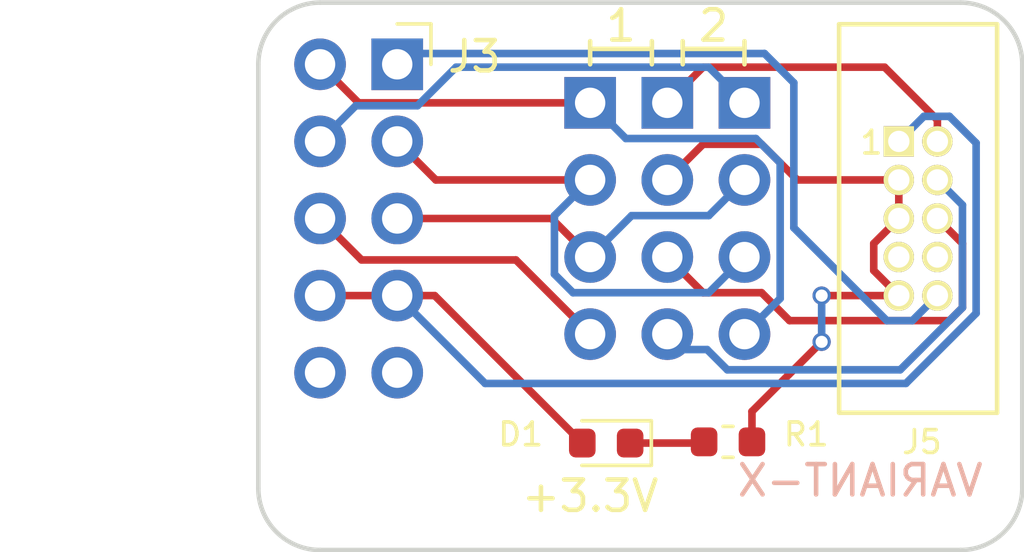
<source format=kicad_pcb>
(kicad_pcb (version 20171130) (host pcbnew 5.1.8-db9833491~88~ubuntu20.10.1)

  (general
    (thickness 1.6)
    (drawings 19)
    (tracks 78)
    (zones 0)
    (modules 8)
    (nets 17)
  )

  (page A4)
  (layers
    (0 F.Cu signal)
    (31 B.Cu signal)
    (32 B.Adhes user)
    (33 F.Adhes user)
    (34 B.Paste user)
    (35 F.Paste user)
    (36 B.SilkS user)
    (37 F.SilkS user)
    (38 B.Mask user)
    (39 F.Mask user)
    (40 Dwgs.User user)
    (41 Cmts.User user)
    (42 Eco1.User user)
    (43 Eco2.User user)
    (44 Edge.Cuts user)
    (45 Margin user)
    (46 B.CrtYd user)
    (47 F.CrtYd user)
    (48 B.Fab user)
    (49 F.Fab user hide)
  )

  (setup
    (last_trace_width 0.25)
    (user_trace_width 0.35)
    (trace_clearance 0.2)
    (zone_clearance 0.25)
    (zone_45_only no)
    (trace_min 0.2)
    (via_size 0.6)
    (via_drill 0.4)
    (via_min_size 0.4)
    (via_min_drill 0.3)
    (uvia_size 0.3)
    (uvia_drill 0.1)
    (uvias_allowed no)
    (uvia_min_size 0.2)
    (uvia_min_drill 0.1)
    (edge_width 0.15)
    (segment_width 0.2)
    (pcb_text_width 0.3)
    (pcb_text_size 1.5 1.5)
    (mod_edge_width 0.15)
    (mod_text_size 1 1)
    (mod_text_width 0.15)
    (pad_size 1.524 1.524)
    (pad_drill 0.762)
    (pad_to_mask_clearance 0)
    (aux_axis_origin 0 0)
    (visible_elements FFFFFF7F)
    (pcbplotparams
      (layerselection 0x010f0_ffffffff)
      (usegerberextensions false)
      (usegerberattributes true)
      (usegerberadvancedattributes true)
      (creategerberjobfile true)
      (excludeedgelayer true)
      (linewidth 0.100000)
      (plotframeref false)
      (viasonmask false)
      (mode 1)
      (useauxorigin false)
      (hpglpennumber 1)
      (hpglpenspeed 20)
      (hpglpendiameter 15.000000)
      (psnegative false)
      (psa4output false)
      (plotreference true)
      (plotvalue true)
      (plotinvisibletext false)
      (padsonsilk false)
      (subtractmaskfromsilk false)
      (outputformat 4)
      (mirror false)
      (drillshape 0)
      (scaleselection 1)
      (outputdirectory "gerbers"))
  )

  (net 0 "")
  (net 1 /RST)
  (net 2 /SWDIO)
  (net 3 /GND)
  (net 4 /SWIM)
  (net 5 /SWCLK)
  (net 6 /3.3V)
  (net 7 /SWCLK|GND)
  (net 8 /SWIM|GND)
  (net 9 /GND|SWIM)
  (net 10 /SWDIO|SWCLK)
  (net 11 /GND|SWDIO)
  (net 12 "Net-(J3-Pad9)")
  (net 13 "Net-(J3-Pad10)")
  (net 14 "Net-(J5-Pad7)")
  (net 15 "Net-(J5-Pad8)")
  (net 16 "Net-(D1-Pad1)")

  (net_class Default "This is the default net class."
    (clearance 0.2)
    (trace_width 0.25)
    (via_dia 0.6)
    (via_drill 0.4)
    (uvia_dia 0.3)
    (uvia_drill 0.1)
    (add_net /3.3V)
    (add_net /GND)
    (add_net /GND|SWDIO)
    (add_net /GND|SWIM)
    (add_net /RST)
    (add_net /SWCLK)
    (add_net /SWCLK|GND)
    (add_net /SWDIO)
    (add_net /SWDIO|SWCLK)
    (add_net /SWIM)
    (add_net /SWIM|GND)
    (add_net "Net-(D1-Pad1)")
    (add_net "Net-(J3-Pad10)")
    (add_net "Net-(J3-Pad9)")
    (add_net "Net-(J5-Pad7)")
    (add_net "Net-(J5-Pad8)")
  )

  (module Connector_PinSocket_2.54mm:PinSocket_2x05_P2.54mm_Horizontal (layer F.Cu) (tedit 5FDE24BC) (tstamp 5FDE6FE7)
    (at 134.62 105.41)
    (descr "Through hole angled socket strip, 2x05, 2.54mm pitch, 8.51mm socket length, double cols (from Kicad 4.0.7), script generated")
    (tags "Through hole angled socket strip THT 2x05 2.54mm double row")
    (path /5643C704)
    (fp_text reference J3 (at 2.54 -0.254) (layer F.SilkS)
      (effects (font (size 1 1) (thickness 0.15)))
    )
    (fp_text value 2X5_HDR (at -5.65 12.93) (layer F.Fab)
      (effects (font (size 1 1) (thickness 0.15)))
    )
    (fp_line (start 1.8 11.95) (end 1.8 -1.75) (layer F.CrtYd) (width 0.05))
    (fp_line (start -13.05 11.95) (end 1.8 11.95) (layer F.CrtYd) (width 0.05))
    (fp_line (start -13.05 -1.75) (end -13.05 11.95) (layer F.CrtYd) (width 0.05))
    (fp_line (start 1.8 -1.75) (end -13.05 -1.75) (layer F.CrtYd) (width 0.05))
    (fp_line (start 0 -1.33) (end 1.11 -1.33) (layer F.SilkS) (width 0.12))
    (fp_line (start 1.11 -1.33) (end 1.11 0) (layer F.SilkS) (width 0.12))
    (fp_line (start 0 10.46) (end 0 9.86) (layer F.Fab) (width 0.1))
    (fp_line (start -4.06 10.46) (end 0 10.46) (layer F.Fab) (width 0.1))
    (fp_line (start 0 9.86) (end -4.06 9.86) (layer F.Fab) (width 0.1))
    (fp_line (start 0 7.92) (end 0 7.32) (layer F.Fab) (width 0.1))
    (fp_line (start -4.06 7.92) (end 0 7.92) (layer F.Fab) (width 0.1))
    (fp_line (start 0 7.32) (end -4.06 7.32) (layer F.Fab) (width 0.1))
    (fp_line (start 0 5.38) (end 0 4.78) (layer F.Fab) (width 0.1))
    (fp_line (start -4.06 5.38) (end 0 5.38) (layer F.Fab) (width 0.1))
    (fp_line (start 0 4.78) (end -4.06 4.78) (layer F.Fab) (width 0.1))
    (fp_line (start 0 2.84) (end 0 2.24) (layer F.Fab) (width 0.1))
    (fp_line (start -4.06 2.84) (end 0 2.84) (layer F.Fab) (width 0.1))
    (fp_line (start 0 2.24) (end -4.06 2.24) (layer F.Fab) (width 0.1))
    (fp_line (start 0 0.3) (end 0 -0.3) (layer F.Fab) (width 0.1))
    (fp_line (start -4.06 0.3) (end 0 0.3) (layer F.Fab) (width 0.1))
    (fp_line (start 0 -0.3) (end -4.06 -0.3) (layer F.Fab) (width 0.1))
    (fp_line (start -12.57 11.43) (end -12.57 -1.27) (layer F.Fab) (width 0.1))
    (fp_line (start -4.06 11.43) (end -12.57 11.43) (layer F.Fab) (width 0.1))
    (fp_line (start -4.06 -0.3) (end -4.06 11.43) (layer F.Fab) (width 0.1))
    (fp_line (start -5.03 -1.27) (end -4.06 -0.3) (layer F.Fab) (width 0.1))
    (fp_line (start -12.57 -1.27) (end -5.03 -1.27) (layer F.Fab) (width 0.1))
    (fp_text user %R (at -8.315 5.08 90) (layer F.Fab)
      (effects (font (size 1 1) (thickness 0.15)))
    )
    (pad 1 thru_hole rect (at 0 0) (size 1.7 1.7) (drill 1) (layers *.Cu *.Mask)
      (net 1 /RST))
    (pad 2 thru_hole oval (at -2.54 0) (size 1.7 1.7) (drill 1) (layers *.Cu *.Mask)
      (net 10 /SWDIO|SWCLK))
    (pad 3 thru_hole oval (at 0 2.54) (size 1.7 1.7) (drill 1) (layers *.Cu *.Mask)
      (net 9 /GND|SWIM))
    (pad 4 thru_hole oval (at -2.54 2.54) (size 1.7 1.7) (drill 1) (layers *.Cu *.Mask)
      (net 11 /GND|SWDIO))
    (pad 5 thru_hole oval (at 0 5.08) (size 1.7 1.7) (drill 1) (layers *.Cu *.Mask)
      (net 8 /SWIM|GND))
    (pad 6 thru_hole oval (at -2.54 5.08) (size 1.7 1.7) (drill 1) (layers *.Cu *.Mask)
      (net 7 /SWCLK|GND))
    (pad 7 thru_hole oval (at 0 7.62) (size 1.7 1.7) (drill 1) (layers *.Cu *.Mask)
      (net 6 /3.3V))
    (pad 8 thru_hole oval (at -2.54 7.62) (size 1.7 1.7) (drill 1) (layers *.Cu *.Mask)
      (net 6 /3.3V))
    (pad 9 thru_hole oval (at 0 10.16) (size 1.7 1.7) (drill 1) (layers *.Cu *.Mask)
      (net 12 "Net-(J3-Pad9)"))
    (pad 10 thru_hole oval (at -2.54 10.16) (size 1.7 1.7) (drill 1) (layers *.Cu *.Mask)
      (net 13 "Net-(J3-Pad10)"))
    (model ${KISYS3DMOD}/Connector_PinSocket_2.54mm.3dshapes/PinSocket_2x05_P2.54mm_Horizontal.wrl
      (at (xyz 0 0 0))
      (scale (xyz 1 1 1))
      (rotate (xyz 0 0 0))
    )
    (model ${KIPRJMOD}/../SFH11-xxPC-D05-RA-BK.IGS
      (offset (xyz -12.5 -5 3))
      (scale (xyz 1 1 1))
      (rotate (xyz 0 -90 -90))
    )
  )

  (module project-lib:snowflake (layer F.Cu) (tedit 5FDDFDCB) (tstamp 5FDE49C5)
    (at 143.256 115.316)
    (fp_text reference REF** (at 0 0.5) (layer F.Fab)
      (effects (font (size 1 1) (thickness 0.15)))
    )
    (fp_text value snowflake (at 0 -0.5) (layer F.Fab)
      (effects (font (size 1 1) (thickness 0.15)))
    )
    (fp_poly (pts (xy 1.27 3.81) (xy 0.741568 3.504089) (xy 1.213437 3.422118) (xy 1.222035 3.419848)
      (xy 1.230422 3.41714) (xy 1.238588 3.41401) (xy 1.246524 3.410472) (xy 1.25422 3.406542)
      (xy 1.261665 3.402234) (xy 1.268852 3.397564) (xy 1.275769 3.392547) (xy 1.282408 3.387197)
      (xy 1.288758 3.381531) (xy 1.29481 3.375562) (xy 1.300554 3.369306) (xy 1.305981 3.362777)
      (xy 1.31108 3.355992) (xy 1.315843 3.348965) (xy 1.32026 3.341711) (xy 1.323814 3.335222)
      (xy 1.327092 3.328583) (xy 1.330086 3.321803) (xy 1.332791 3.314892) (xy 1.335199 3.307861)
      (xy 1.337305 3.300719) (xy 1.339101 3.293476) (xy 1.340582 3.286143) (xy 1.341741 3.278729)
      (xy 1.342571 3.271245) (xy 1.343066 3.2637) (xy 1.34322 3.256104) (xy 1.343027 3.248469)
      (xy 1.342479 3.240802) (xy 1.34157 3.233116) (xy 1.340294 3.225419) (xy 1.338529 3.217246)
      (xy 1.336382 3.209277) (xy 1.333865 3.201517) (xy 1.330989 3.193976) (xy 1.327767 3.18666)
      (xy 1.32421 3.179578) (xy 1.32033 3.172737) (xy 1.316139 3.166145) (xy 1.311648 3.15981)
      (xy 1.306869 3.153739) (xy 1.301815 3.147939) (xy 1.296496 3.14242) (xy 1.290925 3.137188)
      (xy 1.285114 3.132251) (xy 1.279074 3.127617) (xy 1.272816 3.123294) (xy 1.266354 3.119289)
      (xy 1.259698 3.11561) (xy 1.25286 3.112264) (xy 1.245853 3.10926) (xy 1.238687 3.106606)
      (xy 1.231375 3.104308) (xy 1.223929 3.102374) (xy 1.21636 3.100813) (xy 1.20868 3.099632)
      (xy 1.200901 3.098838) (xy 1.193034 3.09844) (xy 1.185092 3.098445) (xy 1.177086 3.09886)
      (xy 1.169027 3.099695) (xy 1.160929 3.100955) (xy 1.152802 3.10265) (xy 0.474757 3.349625)
      (xy -0.177189 3.016829) (xy 0.474765 2.684042) (xy 1.15281 2.931017) (xy 1.160938 2.932712)
      (xy 1.169037 2.933972) (xy 1.177096 2.934806) (xy 1.185102 2.935222) (xy 1.193045 2.935227)
      (xy 1.200912 2.934829) (xy 1.208692 2.934035) (xy 1.216372 2.932854) (xy 1.223942 2.931293)
      (xy 1.231389 2.929359) (xy 1.238701 2.927061) (xy 1.245866 2.924406) (xy 1.252874 2.921402)
      (xy 1.259712 2.918057) (xy 1.266368 2.914378) (xy 1.27283 2.910373) (xy 1.279087 2.906049)
      (xy 1.285128 2.901415) (xy 1.290939 2.896479) (xy 1.29651 2.891247) (xy 1.301828 2.885727)
      (xy 1.306882 2.879928) (xy 1.31166 2.873857) (xy 1.316151 2.867522) (xy 1.320342 2.860929)
      (xy 1.324221 2.854088) (xy 1.327778 2.847006) (xy 1.331 2.839691) (xy 1.333875 2.832149)
      (xy 1.336391 2.82439) (xy 1.338537 2.81642) (xy 1.340302 2.808248) (xy 1.341658 2.799979)
      (xy 1.342592 2.791724) (xy 1.343111 2.783495) (xy 1.343222 2.775303) (xy 1.342934 2.767162)
      (xy 1.342256 2.759084) (xy 1.341194 2.75108) (xy 1.339756 2.743164) (xy 1.337952 2.735348)
      (xy 1.335788 2.727645) (xy 1.333273 2.720065) (xy 1.330415 2.712623) (xy 1.327222 2.70533)
      (xy 1.323701 2.698198) (xy 1.319861 2.691241) (xy 1.31571 2.68447) (xy 1.311255 2.677897)
      (xy 1.306504 2.671535) (xy 1.301467 2.665397) (xy 1.29615 2.659495) (xy 1.290561 2.65384)
      (xy 1.284709 2.648446) (xy 1.278602 2.643325) (xy 1.272247 2.638489) (xy 1.265652 2.63395)
      (xy 1.258826 2.629722) (xy 1.251776 2.625815) (xy 1.244511 2.622243) (xy 1.237038 2.619018)
      (xy 1.229365 2.616153) (xy 1.221501 2.613659) (xy 1.213453 2.611549) (xy 0.741584 2.529578)
      (xy 1.270008 2.223667) (xy 1.276956 2.219395) (xy 1.2836 2.21481) (xy 1.289936 2.209926)
      (xy 1.295962 2.204755) (xy 1.301673 2.199313) (xy 1.307067 2.193613) (xy 1.312139 2.187669)
      (xy 1.316886 2.181496) (xy 1.321306 2.175107) (xy 1.325393 2.168516) (xy 1.329146 2.161738)
      (xy 1.332561 2.154786) (xy 1.335634 2.147674) (xy 1.338361 2.140417) (xy 1.34074 2.133028)
      (xy 1.342767 2.125521) (xy 1.344438 2.11791) (xy 1.34575 2.11021) (xy 1.3467 2.102434)
      (xy 1.347284 2.094596) (xy 1.347499 2.086711) (xy 1.347341 2.078792) (xy 1.346808 2.070853)
      (xy 1.345894 2.062909) (xy 1.344598 2.054973) (xy 1.342915 2.047059) (xy 1.340843 2.039182)
      (xy 1.338377 2.031355) (xy 1.335515 2.023592) (xy 1.332253 2.015907) (xy 1.328587 2.008315)
      (xy 1.324514 2.000829) (xy 1.320085 1.99355) (xy 1.31536 1.986571) (xy 1.310354 1.979896)
      (xy 1.30508 1.97353) (xy 1.299553 1.967475) (xy 1.293785 1.961737) (xy 1.287792 1.956319)
      (xy 1.281586 1.951226) (xy 1.275181 1.946461) (xy 1.268591 1.942028) (xy 1.261831 1.937932)
      (xy 1.254913 1.934176) (xy 1.247852 1.930765) (xy 1.240661 1.927702) (xy 1.233355 1.924991)
      (xy 1.225947 1.922637) (xy 1.21845 1.920644) (xy 1.210879 1.919015) (xy 1.203248 1.917755)
      (xy 1.195569 1.916867) (xy 1.187858 1.916356) (xy 1.180127 1.916225) (xy 1.172392 1.91648)
      (xy 1.164664 1.917123) (xy 1.156959 1.918158) (xy 1.14929 1.919591) (xy 1.14167 1.921424)
      (xy 1.134115 1.923662) (xy 1.126636 1.926309) (xy 1.119249 1.929368) (xy 1.111967 1.932845)
      (xy 1.104804 1.936742) (xy 0.576373 2.242653) (xy 0.741513 1.791907) (xy 0.743714 1.783863)
      (xy 0.745492 1.775786) (xy 0.746853 1.767691) (xy 0.747804 1.759589) (xy 0.748352 1.751494)
      (xy 0.748503 1.743419) (xy 0.748263 1.735378) (xy 0.747641 1.727382) (xy 0.746641 1.719446)
      (xy 0.745271 1.711582) (xy 0.743538 1.703804) (xy 0.741449 1.696124) (xy 0.739009 1.688556)
      (xy 0.736226 1.681113) (xy 0.733107 1.673807) (xy 0.729657 1.666653) (xy 0.725885 1.659662)
      (xy 0.721795 1.652849) (xy 0.717396 1.646226) (xy 0.712694 1.639807) (xy 0.707695 1.633604)
      (xy 0.702406 1.627631) (xy 0.696834 1.6219) (xy 0.690985 1.616425) (xy 0.684867 1.611219)
      (xy 0.678486 1.606295) (xy 0.671848 1.601665) (xy 0.664961 1.597344) (xy 0.65783 1.593345)
      (xy 0.650463 1.589679) (xy 0.642867 1.586362) (xy 0.635047 1.583404) (xy 0.627107 1.580851)
      (xy 0.619151 1.578731) (xy 0.611191 1.577037) (xy 0.60324 1.575764) (xy 0.595311 1.574904)
      (xy 0.587417 1.574452) (xy 0.579569 1.574401) (xy 0.57178 1.574745) (xy 0.564063 1.575477)
      (xy 0.556431 1.576591) (xy 0.548895 1.578081) (xy 0.541469 1.579939) (xy 0.534165 1.582161)
      (xy 0.526996 1.58474) (xy 0.519974 1.587668) (xy 0.513111 1.59094) (xy 0.506421 1.594549)
      (xy 0.499916 1.59849) (xy 0.493608 1.602755) (xy 0.48751 1.607338) (xy 0.481634 1.612233)
      (xy 0.475994 1.617434) (xy 0.470601 1.622933) (xy 0.465468 1.628726) (xy 0.460608 1.634805)
      (xy 0.456033 1.641163) (xy 0.451756 1.647796) (xy 0.447789 1.654695) (xy 0.444145 1.661855)
      (xy 0.440837 1.66927) (xy 0.437876 1.676933) (xy 0.435276 1.684838) (xy 0.309562 2.397109)
      (xy -0.265296 2.729897) (xy -0.265296 2.064329) (xy 0.287035 1.599025) (xy 0.292562 1.592815)
      (xy 0.2977 1.586413) (xy 0.30245 1.579832) (xy 0.306812 1.573087) (xy 0.310787 1.566193)
      (xy 0.314377 1.559162) (xy 0.317581 1.55201) (xy 0.320401 1.54475) (xy 0.322837 1.537397)
      (xy 0.324891 1.529964) (xy 0.326562 1.522465) (xy 0.327852 1.514915) (xy 0.328761 1.507328)
      (xy 0.329291 1.499718) (xy 0.329441 1.492099) (xy 0.329213 1.484484) (xy 0.328608 1.476889)
      (xy 0.327626 1.469327) (xy 0.326268 1.461812) (xy 0.324534 1.454359) (xy 0.322427 1.44698)
      (xy 0.319945 1.439692) (xy 0.317091 1.432507) (xy 0.313865 1.42544) (xy 0.310267 1.418505)
      (xy 0.306298 1.411715) (xy 0.30196 1.405086) (xy 0.297253 1.39863) (xy 0.292177 1.392363)
      (xy 0.286734 1.386298) (xy 0.280924 1.380449) (xy 0.274748 1.374831) (xy 0.268285 1.369518)
      (xy 0.261621 1.364579) (xy 0.254772 1.360014) (xy 0.247753 1.355821) (xy 0.240577 1.352)
      (xy 0.23326 1.34855) (xy 0.225817 1.345471) (xy 0.218261 1.342761) (xy 0.210608 1.34042)
      (xy 0.202872 1.338446) (xy 0.195069 1.33684) (xy 0.187212 1.335601) (xy 0.179316 1.334727)
      (xy 0.171396 1.334219) (xy 0.163467 1.334075) (xy 0.155543 1.334294) (xy 0.147638 1.334876)
      (xy 0.139769 1.33582) (xy 0.131949 1.337125) (xy 0.124192 1.338791) (xy 0.116514 1.340816)
      (xy 0.108929 1.343201) (xy 0.101453 1.345944) (xy 0.094098 1.349044) (xy 0.086881 1.352501)
      (xy 0.079816 1.356314) (xy 0.072917 1.360482) (xy 0.066199 1.365005) (xy 0.059677 1.369881)
      (xy 0.053366 1.375111) (xy 0.04728 1.380693) (xy 0.041433 1.386626) (xy -0.265304 1.755402)
      (xy -0.265304 1.143579) (xy -0.265519 1.13541) (xy -0.266157 1.127348) (xy -0.267207 1.119403)
      (xy -0.26866 1.111585) (xy -0.270504 1.103905) (xy -0.272731 1.096371) (xy -0.275328 1.088995)
      (xy -0.278286 1.081786) (xy -0.281594 1.074754) (xy -0.285242 1.067909) (xy -0.28922 1.061261)
      (xy -0.293517 1.05482) (xy -0.298123 1.048596) (xy -0.303027 1.042599) (xy -0.30822 1.036839)
      (xy -0.31369 1.031325) (xy -0.319427 1.026069) (xy -0.325421 1.021079) (xy -0.331662 1.016367)
      (xy -0.338139 1.011941) (xy -0.344842 1.007812) (xy -0.35176 1.003989) (xy -0.358883 1.000484)
      (xy -0.366201 0.997305) (xy -0.373703 0.994462) (xy -0.38138 0.991966) (xy -0.389219 0.989827)
      (xy -0.397212 0.988055) (xy -0.405347 0.986659) (xy -0.413615 0.985649) (xy -0.422005 0.985036)
      (xy -0.430507 0.98483) (xy -0.439008 0.985036) (xy -0.447398 0.985649) (xy -0.455666 0.986659)
      (xy -0.463802 0.988055) (xy -0.471794 0.989827) (xy -0.479634 0.991966) (xy -0.48731 0.994462)
      (xy -0.494812 0.997305) (xy -0.50213 1.000484) (xy -0.509254 1.003989) (xy -0.516172 1.007812)
      (xy -0.522875 1.011941) (xy -0.529352 1.016367) (xy -0.535592 1.021079) (xy -0.541587 1.026069)
      (xy -0.547324 1.031325) (xy -0.552794 1.036839) (xy -0.557986 1.042599) (xy -0.562891 1.048596)
      (xy -0.567497 1.05482) (xy -0.571794 1.061261) (xy -0.575771 1.067909) (xy -0.57942 1.074754)
      (xy -0.582728 1.081786) (xy -0.585686 1.088995) (xy -0.588283 1.096371) (xy -0.590509 1.103905)
      (xy -0.592354 1.111585) (xy -0.593807 1.119403) (xy -0.594857 1.127348) (xy -0.595495 1.13541)
      (xy -0.59571 1.143579) (xy -0.59571 1.755402) (xy -0.902447 1.386626) (xy -0.908293 1.380692)
      (xy -0.91438 1.37511) (xy -0.920691 1.36988) (xy -0.927213 1.365003) (xy -0.93393 1.36048)
      (xy -0.940829 1.356312) (xy -0.947895 1.352499) (xy -0.955112 1.349042) (xy -0.962466 1.345942)
      (xy -0.969943 1.343199) (xy -0.977528 1.340815) (xy -0.985206 1.338789) (xy -0.992962 1.337124)
      (xy -1.000782 1.335819) (xy -1.008652 1.334875) (xy -1.016556 1.334294) (xy -1.02448 1.334075)
      (xy -1.03241 1.33422) (xy -1.040329 1.334729) (xy -1.048225 1.335603) (xy -1.056082 1.336842)
      (xy -1.063886 1.338448) (xy -1.071622 1.340422) (xy -1.079275 1.342763) (xy -1.08683 1.345473)
      (xy -1.094274 1.348553) (xy -1.101591 1.352003) (xy -1.108766 1.355823) (xy -1.115786 1.360016)
      (xy -1.122635 1.364581) (xy -1.129298 1.369519) (xy -1.135762 1.374831) (xy -1.141937 1.380449)
      (xy -1.147746 1.386298) (xy -1.153189 1.392363) (xy -1.158264 1.39863) (xy -1.16297 1.405086)
      (xy -1.167308 1.411715) (xy -1.171276 1.418505) (xy -1.174874 1.42544) (xy -1.1781 1.432507)
      (xy -1.180953 1.439692) (xy -1.183435 1.446981) (xy -1.185542 1.454359) (xy -1.187275 1.461812)
      (xy -1.188633 1.469327) (xy -1.189615 1.476889) (xy -1.19022 1.484484) (xy -1.190447 1.492099)
      (xy -1.190297 1.499718) (xy -1.189767 1.507328) (xy -1.188858 1.514915) (xy -1.187568 1.522465)
      (xy -1.185897 1.529964) (xy -1.183843 1.537397) (xy -1.181407 1.54475) (xy -1.178587 1.55201)
      (xy -1.175383 1.559162) (xy -1.171793 1.566193) (xy -1.167818 1.573088) (xy -1.163455 1.579832)
      (xy -1.158706 1.586413) (xy -1.153568 1.592815) (xy -1.148041 1.599025) (xy -0.59571 2.064329)
      (xy -0.59571 2.729913) (xy -1.170567 2.397125) (xy -1.296281 1.684846) (xy -1.298882 1.676941)
      (xy -1.301843 1.669278) (xy -1.305152 1.661863) (xy -1.308797 1.654703) (xy -1.312764 1.647803)
      (xy -1.317042 1.641171) (xy -1.321617 1.634812) (xy -1.326478 1.628734) (xy -1.331611 1.622941)
      (xy -1.337004 1.617442) (xy -1.342645 1.612241) (xy -1.348521 1.607346) (xy -1.354619 1.602763)
      (xy -1.360928 1.598498) (xy -1.367433 1.594557) (xy -1.374123 1.590948) (xy -1.380986 1.587676)
      (xy -1.388008 1.584747) (xy -1.395178 1.582169) (xy -1.402482 1.579947) (xy -1.409908 1.578088)
      (xy -1.417443 1.576599) (xy -1.425076 1.575485) (xy -1.432793 1.574753) (xy -1.440582 1.574409)
      (xy -1.44843 1.57446) (xy -1.456324 1.574912) (xy -1.464253 1.575772) (xy -1.472204 1.577045)
      (xy -1.480164 1.578739) (xy -1.48812 1.580859) (xy -1.49606 1.583412) (xy -1.503881 1.586369)
      (xy -1.511478 1.589686) (xy -1.518845 1.593351) (xy -1.525976 1.59735) (xy -1.532864 1.601671)
      (xy -1.539502 1.606299) (xy -1.545883 1.611223) (xy -1.552002 1.616429) (xy -1.55785 1.621904)
      (xy -1.563422 1.627635) (xy -1.568711 1.633608) (xy -1.57371 1.639811) (xy -1.578412 1.646231)
      (xy -1.582812 1.652854) (xy -1.586901 1.659667) (xy -1.590673 1.666658) (xy -1.594123 1.673812)
      (xy -1.597242 1.681118) (xy -1.600025 1.688561) (xy -1.602464 1.69613) (xy -1.604553 1.70381)
      (xy -1.606286 1.711588) (xy -1.607655 1.719452) (xy -1.608655 1.727389) (xy -1.609277 1.735385)
      (xy -1.609516 1.743427) (xy -1.609366 1.751502) (xy -1.608818 1.759597) (xy -1.607867 1.767699)
      (xy -1.606505 1.775794) (xy -1.604727 1.783871) (xy -1.602526 1.791914) (xy -1.437386 2.242661)
      (xy -1.965809 1.93675) (xy -1.972973 1.932852) (xy -1.980255 1.929375) (xy -1.987642 1.926315)
      (xy -1.99512 1.923667) (xy -2.002676 1.921429) (xy -2.010295 1.919596) (xy -2.017965 1.918163)
      (xy -2.02567 1.917127) (xy -2.033398 1.916484) (xy -2.041134 1.91623) (xy -2.048865 1.91636)
      (xy -2.056576 1.916871) (xy -2.064255 1.917759) (xy -2.071887 1.919019) (xy -2.079458 1.920648)
      (xy -2.086955 1.922642) (xy -2.094363 1.924996) (xy -2.10167 1.927707) (xy -2.10886 1.93077)
      (xy -2.115922 1.934182) (xy -2.122839 1.937938) (xy -2.1296 1.942035) (xy -2.136189 1.946467)
      (xy -2.142594 1.951233) (xy -2.1488 1.956326) (xy -2.154793 1.961744) (xy -2.16056 1.967483)
      (xy -2.166088 1.973537) (xy -2.171361 1.979904) (xy -2.176366 1.986579) (xy -2.181091 1.993558)
      (xy -2.185519 2.000837) (xy -2.189591 2.008323) (xy -2.193257 2.015915) (xy -2.196518 2.0236)
      (xy -2.19938 2.031363) (xy -2.201845 2.03919) (xy -2.203918 2.047067) (xy -2.2056 2.054981)
      (xy -2.206896 2.062917) (xy -2.207809 2.070861) (xy -2.208343 2.0788) (xy -2.208501 2.086719)
      (xy -2.208286 2.094604) (xy -2.207702 2.102442) (xy -2.206752 2.110218) (xy -2.20544 2.117918)
      (xy -2.203769 2.125528) (xy -2.201742 2.133035) (xy -2.199364 2.140424) (xy -2.196636 2.147682)
      (xy -2.193564 2.154794) (xy -2.19015 2.161746) (xy -2.186397 2.168524) (xy -2.182309 2.175115)
      (xy -2.17789 2.181504) (xy -2.173143 2.187677) (xy -2.168071 2.193621) (xy -2.162678 2.199321)
      (xy -2.156967 2.204763) (xy -2.150941 2.209933) (xy -2.144605 2.214818) (xy -2.137961 2.219403)
      (xy -2.131013 2.223675) (xy -1.602582 2.529586) (xy -2.074458 2.611564) (xy -2.082506 2.613675)
      (xy -2.09037 2.616169) (xy -2.098043 2.619034) (xy -2.105515 2.622259) (xy -2.11278 2.625831)
      (xy -2.11983 2.629738) (xy -2.126655 2.633966) (xy -2.13325 2.638505) (xy -2.139604 2.643341)
      (xy -2.145711 2.648462) (xy -2.151563 2.653856) (xy -2.157151 2.65951) (xy -2.162467 2.665413)
      (xy -2.167505 2.671551) (xy -2.172254 2.677913) (xy -2.176709 2.684485) (xy -2.18086 2.691257)
      (xy -2.1847 2.698214) (xy -2.18822 2.705346) (xy -2.191414 2.712639) (xy -2.194272 2.720081)
      (xy -2.196787 2.72766) (xy -2.19895 2.735364) (xy -2.200755 2.74318) (xy -2.202193 2.751096)
      (xy -2.203255 2.759099) (xy -2.203934 2.767178) (xy -2.204223 2.775319) (xy -2.204112 2.78351)
      (xy -2.203595 2.79174) (xy -2.202662 2.799995) (xy -2.201307 2.808264) (xy -2.199542 2.816435)
      (xy -2.197395 2.824404) (xy -2.194878 2.832163) (xy -2.192002 2.839704) (xy -2.18878 2.847019)
      (xy -2.185223 2.854101) (xy -2.181343 2.860941) (xy -2.177152 2.867533) (xy -2.172661 2.873868)
      (xy -2.167882 2.879939) (xy -2.162828 2.885737) (xy -2.157509 2.891256) (xy -2.151938 2.896488)
      (xy -2.146126 2.901425) (xy -2.140086 2.906058) (xy -2.133829 2.910382) (xy -2.127366 2.914386)
      (xy -2.12071 2.918065) (xy -2.113872 2.921411) (xy -2.106864 2.924414) (xy -2.099698 2.927069)
      (xy -2.092386 2.929367) (xy -2.084939 2.931301) (xy -2.07737 2.932862) (xy -2.069689 2.934043)
      (xy -2.06191 2.934837) (xy -2.054042 2.935235) (xy -2.0461 2.93523) (xy -2.038093 2.934814)
      (xy -2.030034 2.93398) (xy -2.021935 2.932719) (xy -2.013808 2.931025) (xy -1.335771 2.68405)
      (xy -0.683824 3.016829) (xy -1.335778 3.349617) (xy -2.013823 3.102642) (xy -2.021951 3.100947)
      (xy -2.03005 3.099687) (xy -2.038109 3.098853) (xy -2.046115 3.098437) (xy -2.054058 3.098432)
      (xy -2.061925 3.09883) (xy -2.069704 3.099624) (xy -2.077385 3.100805) (xy -2.084954 3.102366)
      (xy -2.0924 3.1043) (xy -2.099712 3.106598) (xy -2.106878 3.109252) (xy -2.113885 3.112256)
      (xy -2.120723 3.115601) (xy -2.127379 3.11928) (xy -2.133841 3.123285) (xy -2.140099 3.127608)
      (xy -2.146139 3.132242) (xy -2.15195 3.137179) (xy -2.157521 3.14241) (xy -2.16284 3.147929)
      (xy -2.167895 3.153728) (xy -2.172673 3.159799) (xy -2.177164 3.166134) (xy -2.181356 3.172726)
      (xy -2.185236 3.179566) (xy -2.188793 3.186648) (xy -2.192016 3.193963) (xy -2.194892 3.201504)
      (xy -2.19741 3.209262) (xy -2.199557 3.217232) (xy -2.201323 3.225403) (xy -2.202678 3.23367)
      (xy -2.203611 3.241924) (xy -2.204128 3.250153) (xy -2.204239 3.258344) (xy -2.20395 3.266484)
      (xy -2.203271 3.274562) (xy -2.202208 3.282564) (xy -2.200771 3.29048) (xy -2.198966 3.298296)
      (xy -2.196803 3.305999) (xy -2.194288 3.313579) (xy -2.19143 3.321021) (xy -2.188236 3.328314)
      (xy -2.184716 3.335446) (xy -2.180876 3.342404) (xy -2.176725 3.349176) (xy -2.17227 3.355749)
      (xy -2.16752 3.362111) (xy -2.162483 3.368249) (xy -2.157167 3.374152) (xy -2.151579 3.379807)
      (xy -2.145727 3.385202) (xy -2.13962 3.390323) (xy -2.133265 3.39516) (xy -2.126671 3.399699)
      (xy -2.119846 3.403928) (xy -2.112796 3.407835) (xy -2.105531 3.411407) (xy -2.098058 3.414632)
      (xy -2.090386 3.417498) (xy -2.082522 3.419992) (xy -2.074474 3.422102) (xy -1.602597 3.504081)
      (xy -2.131028 3.809992) (xy -2.137975 3.814264) (xy -2.144618 3.818849) (xy -2.150953 3.823733)
      (xy -2.156978 3.828904) (xy -2.162688 3.834346) (xy -2.16808 3.840046) (xy -2.173151 3.84599)
      (xy -2.177898 3.852163) (xy -2.182317 3.858552) (xy -2.186404 3.865143) (xy -2.190156 3.871921)
      (xy -2.19357 3.878873) (xy -2.196642 3.885985) (xy -2.199369 3.893242) (xy -2.201747 3.900631)
      (xy -2.203774 3.908138) (xy -2.205445 3.915749) (xy -2.206757 3.923449) (xy -2.207706 3.931225)
      (xy -2.20829 3.939062) (xy -2.208505 3.946948) (xy -2.208347 3.954867) (xy -2.207813 3.962805)
      (xy -2.2069 3.97075) (xy -2.205603 3.978686) (xy -2.203921 3.9866) (xy -2.201848 3.994477)
      (xy -2.199383 4.002304) (xy -2.19652 4.010067) (xy -2.193258 4.017751) (xy -2.189592 4.025343)
      (xy -2.18552 4.032829) (xy -2.18109 4.040109) (xy -2.176365 4.047088) (xy -2.171359 4.053763)
      (xy -2.166085 4.060129) (xy -2.160558 4.066184) (xy -2.15479 4.071922) (xy -2.148797 4.07734)
      (xy -2.142591 4.082434) (xy -2.136186 4.087199) (xy -2.129596 4.091632) (xy -2.122836 4.095729)
      (xy -2.115918 4.099485) (xy -2.108857 4.102897) (xy -2.101666 4.10596) (xy -2.09436 4.10867)
      (xy -2.086952 4.111025) (xy -2.079455 4.113018) (xy -2.071884 4.114647) (xy -2.064253 4.115908)
      (xy -2.056574 4.116795) (xy -2.048863 4.117307) (xy -2.041132 4.117437) (xy -2.033397 4.117183)
      (xy -2.025669 4.11654) (xy -2.017964 4.115504) (xy -2.010295 4.114071) (xy -2.002676 4.112238)
      (xy -1.99512 4.109999) (xy -1.987642 4.107352) (xy -1.980255 4.104292) (xy -1.972973 4.100815)
      (xy -1.965809 4.096917) (xy -1.437378 3.791005) (xy -1.602518 4.241744) (xy -1.604856 4.250346)
      (xy -1.60671 4.258983) (xy -1.60809 4.26764) (xy -1.609002 4.2763) (xy -1.609455 4.284948)
      (xy -1.609457 4.293568) (xy -1.609017 4.302144) (xy -1.608143 4.31066) (xy -1.606842 4.319099)
      (xy -1.605123 4.327447) (xy -1.602994 4.335686) (xy -1.600463 4.343802) (xy -1.597539 4.351777)
      (xy -1.594229 4.359597) (xy -1.590541 4.367245) (xy -1.586484 4.374705) (xy -1.582657 4.381037)
      (xy -1.578562 4.387203) (xy -1.574203 4.393193) (xy -1.569586 4.398997) (xy -1.564717 4.404604)
      (xy -1.559602 4.410004) (xy -1.554245 4.415185) (xy -1.548651 4.420138) (xy -1.542828 4.424851)
      (xy -1.536779 4.429314) (xy -1.53051 4.433517) (xy -1.524027 4.437448) (xy -1.517335 4.441097)
      (xy -1.51044 4.444454) (xy -1.503346 4.447507) (xy -1.49606 4.450247) (xy -1.488119 4.4528)
      (xy -1.480163 4.45492) (xy -1.472202 4.456614) (xy -1.464251 4.457887) (xy -1.456321 4.458747)
      (xy -1.448426 4.459199) (xy -1.440578 4.45925) (xy -1.432789 4.458906) (xy -1.425071 4.458174)
      (xy -1.417438 4.45706) (xy -1.409903 4.45557) (xy -1.402476 4.453712) (xy -1.395172 4.45149)
      (xy -1.388003 4.448911) (xy -1.38098 4.445983) (xy -1.374118 4.442711) (xy -1.367427 4.439102)
      (xy -1.360922 4.435161) (xy -1.354614 4.430896) (xy -1.348516 4.426313) (xy -1.34264 4.421418)
      (xy -1.336999 4.416217) (xy -1.331606 4.410718) (xy -1.326473 4.404925) (xy -1.321613 4.398846)
      (xy -1.317038 4.392488) (xy -1.312761 4.385855) (xy -1.308794 4.378956) (xy -1.30515 4.371796)
      (xy -1.301842 4.364381) (xy -1.298881 4.356718) (xy -1.296282 4.348813) (xy -1.170567 3.636534)
      (xy -0.59571 3.303747) (xy -0.59571 3.969329) (xy -1.148041 4.434634) (xy -1.153568 4.440844)
      (xy -1.158707 4.447246) (xy -1.163457 4.453827) (xy -1.16782 4.460571) (xy -1.171796 4.467465)
      (xy -1.175385 4.474496) (xy -1.17859 4.481648) (xy -1.18141 4.488907) (xy -1.183846 4.496261)
      (xy -1.1859 4.503694) (xy -1.187571 4.511192) (xy -1.188861 4.518741) (xy -1.189771 4.526328)
      (xy -1.1903 4.533938) (xy -1.19045 4.541557) (xy -1.190223 4.549172) (xy -1.189617 4.556767)
      (xy -1.188635 4.564329) (xy -1.187277 4.571843) (xy -1.185544 4.579297) (xy -1.183436 4.586675)
      (xy -1.180955 4.593963) (xy -1.178101 4.601148) (xy -1.174875 4.608215) (xy -1.171277 4.615151)
      (xy -1.167309 4.621941) (xy -1.162971 4.628571) (xy -1.158264 4.635026) (xy -1.153189 4.641294)
      (xy -1.147746 4.64736) (xy -1.141937 4.653209) (xy -1.135761 4.658828) (xy -1.129299 4.664139)
      (xy -1.122636 4.669075) (xy -1.115787 4.673639) (xy -1.108768 4.677831) (xy -1.101593 4.68165)
      (xy -1.094277 4.685099) (xy -1.086833 4.688178) (xy -1.079278 4.690888) (xy -1.071625 4.693229)
      (xy -1.063889 4.695202) (xy -1.056086 4.696807) (xy -1.048229 4.698047) (xy -1.040333 4.698921)
      (xy -1.032413 4.699429) (xy -1.024483 4.699574) (xy -1.016559 4.699355) (xy -1.008655 4.698773)
      (xy -1.000785 4.69783) (xy -0.992964 4.696525) (xy -0.985208 4.69486) (xy -0.977529 4.692835)
      (xy -0.969944 4.690451) (xy -0.962467 4.687708) (xy -0.955113 4.684608) (xy -0.947895 4.681151)
      (xy -0.94083 4.677339) (xy -0.933931 4.67317) (xy -0.927213 4.668648) (xy -0.920691 4.663771)
      (xy -0.914379 4.658541) (xy -0.908293 4.652959) (xy -0.902447 4.647025) (xy -0.59571 4.278249)
      (xy -0.59571 4.890079) (xy -0.595495 4.898249) (xy -0.594857 4.906311) (xy -0.593806 4.914256)
      (xy -0.592354 4.922074) (xy -0.590509 4.929754) (xy -0.588283 4.937287) (xy -0.585686 4.944664)
      (xy -0.582728 4.951873) (xy -0.579419 4.958905) (xy -0.575771 4.96575) (xy -0.571793 4.972398)
      (xy -0.567496 4.978839) (xy -0.562891 4.985063) (xy -0.557986 4.99106) (xy -0.552794 4.99682)
      (xy -0.547324 5.002333) (xy -0.541587 5.00759) (xy -0.535592 5.012579) (xy -0.529351 5.017292)
      (xy -0.522874 5.021718) (xy -0.516172 5.025847) (xy -0.509253 5.029669) (xy -0.50213 5.033175)
      (xy -0.494812 5.036354) (xy -0.48731 5.039197) (xy -0.479634 5.041692) (xy -0.471794 5.043832)
      (xy -0.463802 5.045604) (xy -0.455666 5.047) (xy -0.447398 5.04801) (xy -0.439008 5.048623)
      (xy -0.430507 5.048829) (xy -0.422005 5.048623) (xy -0.413615 5.04801) (xy -0.405347 5.047)
      (xy -0.397212 5.045604) (xy -0.389219 5.043832) (xy -0.381379 5.041692) (xy -0.373703 5.039197)
      (xy -0.366201 5.036354) (xy -0.358883 5.033175) (xy -0.35176 5.029669) (xy -0.344842 5.025847)
      (xy -0.338139 5.021718) (xy -0.331662 5.017292) (xy -0.325421 5.012579) (xy -0.319427 5.00759)
      (xy -0.31369 5.002333) (xy -0.30822 4.99682) (xy -0.303027 4.99106) (xy -0.298123 4.985063)
      (xy -0.293517 4.978839) (xy -0.28922 4.972398) (xy -0.285242 4.96575) (xy -0.281594 4.958905)
      (xy -0.278286 4.951873) (xy -0.275328 4.944664) (xy -0.272731 4.937287) (xy -0.270504 4.929754)
      (xy -0.26866 4.922074) (xy -0.267207 4.914256) (xy -0.266157 4.906311) (xy -0.265519 4.898249)
      (xy -0.265304 4.890079) (xy -0.265304 4.278249) (xy 0.041433 4.647025) (xy 0.047694 4.653356)
      (xy 0.054227 4.659286) (xy 0.061014 4.664812) (xy 0.068038 4.669934) (xy 0.075281 4.674651)
      (xy 0.082725 4.678963) (xy 0.090352 4.682868) (xy 0.098144 4.686366) (xy 0.106083 4.689456)
      (xy 0.114153 4.692137) (xy 0.122334 4.694407) (xy 0.130609 4.696267) (xy 0.138959 4.697715)
      (xy 0.147369 4.69875) (xy 0.155818 4.699372) (xy 0.16429 4.699579) (xy 0.171672 4.699422)
      (xy 0.179045 4.698948) (xy 0.186398 4.698159) (xy 0.193719 4.697052) (xy 0.200996 4.695628)
      (xy 0.208217 4.693885) (xy 0.215371 4.691824) (xy 0.222445 4.689443) (xy 0.229428 4.686743)
      (xy 0.236307 4.683721) (xy 0.243071 4.680379) (xy 0.249708 4.676715) (xy 0.256206 4.672728)
      (xy 0.262554 4.668419) (xy 0.268738 4.663786) (xy 0.274748 4.658828) (xy 0.280924 4.653209)
      (xy 0.286734 4.64736) (xy 0.292177 4.641294) (xy 0.297253 4.635026) (xy 0.30196 4.62857)
      (xy 0.306299 4.621941) (xy 0.310267 4.615151) (xy 0.313865 4.608215) (xy 0.317091 4.601148)
      (xy 0.319946 4.593963) (xy 0.322427 4.586675) (xy 0.324535 4.579297) (xy 0.326268 4.571843)
      (xy 0.327626 4.564329) (xy 0.328608 4.556767) (xy 0.329213 4.549172) (xy 0.329441 4.541557)
      (xy 0.329291 4.533938) (xy 0.328761 4.526328) (xy 0.327852 4.518741) (xy 0.326562 4.511192)
      (xy 0.324891 4.503694) (xy 0.322838 4.496261) (xy 0.320401 4.488907) (xy 0.317581 4.481648)
      (xy 0.314377 4.474496) (xy 0.310788 4.467465) (xy 0.306812 4.460571) (xy 0.30245 4.453827)
      (xy 0.2977 4.447246) (xy 0.292563 4.440844) (xy 0.287036 4.434634) (xy -0.265303 3.969329)
      (xy -0.265303 3.303746) (xy 0.309554 3.636534) (xy 0.435268 4.348813) (xy 0.437868 4.356718)
      (xy 0.440829 4.364381) (xy 0.444137 4.371795) (xy 0.447781 4.378956) (xy 0.451748 4.385855)
      (xy 0.456025 4.392488) (xy 0.4606 4.398846) (xy 0.46546 4.404925) (xy 0.470593 4.410717)
      (xy 0.475986 4.416217) (xy 0.481626 4.421418) (xy 0.487502 4.426313) (xy 0.4936 4.430896)
      (xy 0.499908 4.435161) (xy 0.506413 4.439101) (xy 0.513103 4.442711) (xy 0.519966 4.445983)
      (xy 0.526988 4.448911) (xy 0.534157 4.45149) (xy 0.541461 4.453711) (xy 0.548887 4.45557)
      (xy 0.556423 4.45706) (xy 0.564055 4.458174) (xy 0.571772 4.458906) (xy 0.579561 4.45925)
      (xy 0.587409 4.459199) (xy 0.595303 4.458747) (xy 0.603232 4.457887) (xy 0.611183 4.456614)
      (xy 0.619143 4.45492) (xy 0.627099 4.4528) (xy 0.635039 4.450247) (xy 0.642857 4.447289)
      (xy 0.650453 4.443971) (xy 0.657819 4.440306) (xy 0.664948 4.436306) (xy 0.671835 4.431985)
      (xy 0.678472 4.427356) (xy 0.684853 4.422431) (xy 0.690971 4.417225) (xy 0.696819 4.41175)
      (xy 0.702391 4.406019) (xy 0.707679 4.400045) (xy 0.712678 4.393842) (xy 0.717381 4.387422)
      (xy 0.72178 4.380799) (xy 0.725869 4.373985) (xy 0.729642 4.366995) (xy 0.733092 4.35984)
      (xy 0.736212 4.352535) (xy 0.738995 4.345091) (xy 0.741435 4.337523) (xy 0.743525 4.329843)
      (xy 0.745258 4.322065) (xy 0.746627 4.314201) (xy 0.747627 4.306265) (xy 0.74825 4.29827)
      (xy 0.748489 4.290228) (xy 0.748338 4.282154) (xy 0.747791 4.274059) (xy 0.746839 4.265958)
      (xy 0.745478 4.257863) (xy 0.743699 4.249787) (xy 0.741497 4.241744) (xy 0.576357 3.790997)
      (xy 1.104788 4.096909) (xy 1.111951 4.100807) (xy 1.119234 4.104284) (xy 1.126621 4.107344)
      (xy 1.134099 4.109991) (xy 1.141655 4.11223) (xy 1.149274 4.114063) (xy 1.156944 4.115496)
      (xy 1.164649 4.116532) (xy 1.172377 4.117175) (xy 1.180113 4.117429) (xy 1.187844 4.117299)
      (xy 1.195555 4.116788) (xy 1.203234 4.1159) (xy 1.210866 4.114639) (xy 1.218437 4.11301)
      (xy 1.225934 4.111017) (xy 1.233342 4.108663) (xy 1.240649 4.105952) (xy 1.24784 4.102889)
      (xy 1.254901 4.099477) (xy 1.261818 4.095721) (xy 1.268579 4.091624) (xy 1.275168 4.087191)
      (xy 1.281573 4.082426) (xy 1.287779 4.077332) (xy 1.293772 4.071914) (xy 1.29954 4.066176)
      (xy 1.305067 4.060122) (xy 1.31034 4.053755) (xy 1.315346 4.04708) (xy 1.32007 4.040101)
      (xy 1.324498 4.032821) (xy 1.328572 4.025336) (xy 1.332238 4.017745) (xy 1.335501 4.010061)
      (xy 1.338364 4.002299) (xy 1.340831 3.994472) (xy 1.342904 3.986595) (xy 1.344587 3.978682)
      (xy 1.345884 3.970747) (xy 1.346798 3.962803) (xy 1.347332 3.954864) (xy 1.347491 3.946946)
      (xy 1.347276 3.939061) (xy 1.346693 3.931224) (xy 1.345743 3.923448) (xy 1.344431 3.915748)
      (xy 1.342761 3.908138) (xy 1.340734 3.900632) (xy 1.338356 3.893243) (xy 1.335628 3.885986)
      (xy 1.332556 3.878874) (xy 1.329141 3.871923) (xy 1.325389 3.865145) (xy 1.321301 3.858555)
      (xy 1.316881 3.852166) (xy 1.312134 3.845993) (xy 1.307061 3.84005) (xy 1.301668 3.834351)
      (xy 1.295956 3.828909) (xy 1.28993 3.823739) (xy 1.283593 3.818855) (xy 1.276948 3.814271)
      (xy 1.27 3.81)) (layer B.Mask) (width 0.007937))
  )

  (module LED_SMD:LED_0603_1608Metric (layer F.Cu) (tedit 5FDDF806) (tstamp 5FDE4343)
    (at 141.499001 117.889001 180)
    (descr "LED SMD 0603 (1608 Metric), square (rectangular) end terminal, IPC_7351 nominal, (Body size source: http://www.tortai-tech.com/upload/download/2011102023233369053.pdf), generated with kicad-footprint-generator")
    (tags diode)
    (path /5FDE2375)
    (attr smd)
    (fp_text reference D1 (at 2.815001 0.287001) (layer F.SilkS)
      (effects (font (size 0.75 0.75) (thickness 0.12)))
    )
    (fp_text value LED (at 0 1.43) (layer F.Fab)
      (effects (font (size 1 1) (thickness 0.15)))
    )
    (fp_line (start 0.8 -0.4) (end -0.5 -0.4) (layer F.Fab) (width 0.1))
    (fp_line (start -0.5 -0.4) (end -0.8 -0.1) (layer F.Fab) (width 0.1))
    (fp_line (start -0.8 -0.1) (end -0.8 0.4) (layer F.Fab) (width 0.1))
    (fp_line (start -0.8 0.4) (end 0.8 0.4) (layer F.Fab) (width 0.1))
    (fp_line (start 0.8 0.4) (end 0.8 -0.4) (layer F.Fab) (width 0.1))
    (fp_line (start 0.8 -0.735) (end -1.485 -0.735) (layer F.SilkS) (width 0.12))
    (fp_line (start -1.485 -0.735) (end -1.485 0.735) (layer F.SilkS) (width 0.12))
    (fp_line (start -1.485 0.735) (end 0.8 0.735) (layer F.SilkS) (width 0.12))
    (fp_line (start -1.48 0.73) (end -1.48 -0.73) (layer F.CrtYd) (width 0.05))
    (fp_line (start -1.48 -0.73) (end 1.48 -0.73) (layer F.CrtYd) (width 0.05))
    (fp_line (start 1.48 -0.73) (end 1.48 0.73) (layer F.CrtYd) (width 0.05))
    (fp_line (start 1.48 0.73) (end -1.48 0.73) (layer F.CrtYd) (width 0.05))
    (fp_text user %R (at 0 0) (layer F.Fab)
      (effects (font (size 0.4 0.4) (thickness 0.06)))
    )
    (pad 1 smd roundrect (at -0.7875 0 180) (size 0.875 0.95) (layers F.Cu F.Paste F.Mask) (roundrect_rratio 0.25)
      (net 16 "Net-(D1-Pad1)"))
    (pad 2 smd roundrect (at 0.7875 0 180) (size 0.875 0.95) (layers F.Cu F.Paste F.Mask) (roundrect_rratio 0.25)
      (net 6 /3.3V))
    (model ${KISYS3DMOD}/LED_SMD.3dshapes/LED_0603_1608Metric.wrl
      (at (xyz 0 0 0))
      (scale (xyz 1 1 1))
      (rotate (xyz 0 0 0))
    )
  )

  (module project-lib:PinHeader_1x04_P2.54mm_Vertical (layer F.Cu) (tedit 5FDBAE9F) (tstamp 5FDC0DC4)
    (at 140.97 106.68)
    (descr "Through hole straight pin header, 1x04, 2.54mm pitch, single row")
    (tags "Through hole pin header THT 1x04 2.54mm single row")
    (path /5FDC755F)
    (fp_text reference J1 (at 0 -2.33) (layer F.Fab)
      (effects (font (size 1 1) (thickness 0.15)))
    )
    (fp_text value Conn_01x04 (at 0 9.95) (layer F.Fab)
      (effects (font (size 1 1) (thickness 0.15)))
    )
    (fp_line (start 1.8 -1.8) (end -1.8 -1.8) (layer F.CrtYd) (width 0.05))
    (fp_line (start 1.8 9.4) (end 1.8 -1.8) (layer F.CrtYd) (width 0.05))
    (fp_line (start -1.8 9.4) (end 1.8 9.4) (layer F.CrtYd) (width 0.05))
    (fp_line (start -1.8 -1.8) (end -1.8 9.4) (layer F.CrtYd) (width 0.05))
    (fp_line (start -1.27 -0.635) (end -0.635 -1.27) (layer F.Fab) (width 0.1))
    (fp_line (start -1.27 8.89) (end -1.27 -0.635) (layer F.Fab) (width 0.1))
    (fp_line (start 1.27 8.89) (end -1.27 8.89) (layer F.Fab) (width 0.1))
    (fp_line (start 1.27 -1.27) (end 1.27 8.89) (layer F.Fab) (width 0.1))
    (fp_line (start -0.635 -1.27) (end 1.27 -1.27) (layer F.Fab) (width 0.1))
    (fp_text user %R (at 0 3.81 90) (layer F.Fab)
      (effects (font (size 1 1) (thickness 0.15)))
    )
    (pad 1 thru_hole rect (at 0 0) (size 1.7 1.7) (drill 1) (layers *.Cu *.Mask)
      (net 10 /SWDIO|SWCLK))
    (pad 2 thru_hole oval (at 0 2.54) (size 1.7 1.7) (drill 1) (layers *.Cu *.Mask)
      (net 9 /GND|SWIM))
    (pad 3 thru_hole oval (at 0 5.08) (size 1.7 1.7) (drill 1) (layers *.Cu *.Mask)
      (net 8 /SWIM|GND))
    (pad 4 thru_hole oval (at 0 7.62) (size 1.7 1.7) (drill 1) (layers *.Cu *.Mask)
      (net 7 /SWCLK|GND))
    (model ${KISYS3DMOD}/Connector_PinHeader_2.54mm.3dshapes/PinHeader_1x04_P2.54mm_Vertical.wrl
      (at (xyz 0 0 0))
      (scale (xyz 1 1 1))
      (rotate (xyz 0 0 0))
    )
  )

  (module project-lib:PinHeader_1x04_P2.54mm_Vertical (layer F.Cu) (tedit 5FDBAE9F) (tstamp 5FDC0DD5)
    (at 143.51 106.68)
    (descr "Through hole straight pin header, 1x04, 2.54mm pitch, single row")
    (tags "Through hole pin header THT 1x04 2.54mm single row")
    (path /5FDC1C99)
    (fp_text reference J2 (at 0 -2.33) (layer F.Fab)
      (effects (font (size 1 1) (thickness 0.15)))
    )
    (fp_text value Conn_01x04 (at 0 9.95) (layer F.Fab)
      (effects (font (size 1 1) (thickness 0.15)))
    )
    (fp_line (start -0.635 -1.27) (end 1.27 -1.27) (layer F.Fab) (width 0.1))
    (fp_line (start 1.27 -1.27) (end 1.27 8.89) (layer F.Fab) (width 0.1))
    (fp_line (start 1.27 8.89) (end -1.27 8.89) (layer F.Fab) (width 0.1))
    (fp_line (start -1.27 8.89) (end -1.27 -0.635) (layer F.Fab) (width 0.1))
    (fp_line (start -1.27 -0.635) (end -0.635 -1.27) (layer F.Fab) (width 0.1))
    (fp_line (start -1.8 -1.8) (end -1.8 9.4) (layer F.CrtYd) (width 0.05))
    (fp_line (start -1.8 9.4) (end 1.8 9.4) (layer F.CrtYd) (width 0.05))
    (fp_line (start 1.8 9.4) (end 1.8 -1.8) (layer F.CrtYd) (width 0.05))
    (fp_line (start 1.8 -1.8) (end -1.8 -1.8) (layer F.CrtYd) (width 0.05))
    (fp_text user %R (at 0 3.81 90) (layer F.Fab)
      (effects (font (size 1 1) (thickness 0.15)))
    )
    (pad 4 thru_hole oval (at 0 7.62) (size 1.7 1.7) (drill 1) (layers *.Cu *.Mask)
      (net 5 /SWCLK))
    (pad 3 thru_hole oval (at 0 5.08) (size 1.7 1.7) (drill 1) (layers *.Cu *.Mask)
      (net 4 /SWIM))
    (pad 2 thru_hole oval (at 0 2.54) (size 1.7 1.7) (drill 1) (layers *.Cu *.Mask)
      (net 3 /GND))
    (pad 1 thru_hole rect (at 0 0) (size 1.7 1.7) (drill 1) (layers *.Cu *.Mask)
      (net 2 /SWDIO))
    (model ${KISYS3DMOD}/Connector_PinHeader_2.54mm.3dshapes/PinHeader_1x04_P2.54mm_Vertical.wrl
      (at (xyz 0 0 0))
      (scale (xyz 1 1 1))
      (rotate (xyz 0 0 0))
    )
  )

  (module project-lib:PinHeader_1x04_P2.54mm_Vertical (layer F.Cu) (tedit 5FDBAE9F) (tstamp 5FDC0E17)
    (at 146.05 106.68)
    (descr "Through hole straight pin header, 1x04, 2.54mm pitch, single row")
    (tags "Through hole pin header THT 1x04 2.54mm single row")
    (path /5FDC78F0)
    (fp_text reference J4 (at 0 -2.33) (layer F.Fab)
      (effects (font (size 1 1) (thickness 0.15)))
    )
    (fp_text value Conn_01x04 (at 0 9.95) (layer F.Fab)
      (effects (font (size 1 1) (thickness 0.15)))
    )
    (fp_line (start -0.635 -1.27) (end 1.27 -1.27) (layer F.Fab) (width 0.1))
    (fp_line (start 1.27 -1.27) (end 1.27 8.89) (layer F.Fab) (width 0.1))
    (fp_line (start 1.27 8.89) (end -1.27 8.89) (layer F.Fab) (width 0.1))
    (fp_line (start -1.27 8.89) (end -1.27 -0.635) (layer F.Fab) (width 0.1))
    (fp_line (start -1.27 -0.635) (end -0.635 -1.27) (layer F.Fab) (width 0.1))
    (fp_line (start -1.8 -1.8) (end -1.8 9.4) (layer F.CrtYd) (width 0.05))
    (fp_line (start -1.8 9.4) (end 1.8 9.4) (layer F.CrtYd) (width 0.05))
    (fp_line (start 1.8 9.4) (end 1.8 -1.8) (layer F.CrtYd) (width 0.05))
    (fp_line (start 1.8 -1.8) (end -1.8 -1.8) (layer F.CrtYd) (width 0.05))
    (fp_text user %R (at 0 3.81 90) (layer F.Fab)
      (effects (font (size 1 1) (thickness 0.15)))
    )
    (pad 4 thru_hole oval (at 0 7.62) (size 1.7 1.7) (drill 1) (layers *.Cu *.Mask)
      (net 10 /SWDIO|SWCLK))
    (pad 3 thru_hole oval (at 0 5.08) (size 1.7 1.7) (drill 1) (layers *.Cu *.Mask)
      (net 9 /GND|SWIM))
    (pad 2 thru_hole oval (at 0 2.54) (size 1.7 1.7) (drill 1) (layers *.Cu *.Mask)
      (net 8 /SWIM|GND))
    (pad 1 thru_hole rect (at 0 0) (size 1.7 1.7) (drill 1) (layers *.Cu *.Mask)
      (net 11 /GND|SWDIO))
    (model ${KISYS3DMOD}/Connector_PinHeader_2.54mm.3dshapes/PinHeader_1x04_P2.54mm_Vertical.wrl
      (at (xyz 0 0 0))
      (scale (xyz 1 1 1))
      (rotate (xyz 0 0 0))
    )
  )

  (module kicadlib:ARM_10_PIN (layer F.Cu) (tedit 563F468F) (tstamp 5FDDF63E)
    (at 151.765 110.49)
    (path /5643BF5B)
    (fp_text reference J5 (at 0.127 7.366) (layer F.SilkS)
      (effects (font (size 0.75 0.75) (thickness 0.12)))
    )
    (fp_text value ARM_10PIN (at -0.635 7.3) (layer F.Fab)
      (effects (font (size 0.75 0.75) (thickness 0.12)))
    )
    (fp_line (start 2.6 -6.4) (end 2.6 6.4) (layer F.SilkS) (width 0.15))
    (fp_line (start 2.6 6.4) (end -2.6 6.4) (layer F.SilkS) (width 0.15))
    (fp_line (start -2.6 6.4) (end -2.6 -6.4) (layer F.SilkS) (width 0.15))
    (fp_line (start -2.6 -6.4) (end 2.6 -6.4) (layer F.SilkS) (width 0.15))
    (fp_text user 1 (at -1.535 -2.5) (layer F.SilkS)
      (effects (font (size 0.75 0.75) (thickness 0.12)))
    )
    (pad 1 thru_hole rect (at -0.635 -2.54) (size 1 1) (drill 0.70104) (layers *.Cu *.Mask F.SilkS)
      (net 6 /3.3V))
    (pad 2 thru_hole circle (at 0.635 -2.54) (size 1 1) (drill 0.70104) (layers *.Cu *.Mask F.SilkS)
      (net 2 /SWDIO))
    (pad 3 thru_hole circle (at -0.635 -1.27) (size 1 1) (drill 0.70104) (layers *.Cu *.Mask F.SilkS)
      (net 3 /GND))
    (pad 4 thru_hole circle (at 0.635 -1.27) (size 1 1) (drill 0.70104) (layers *.Cu *.Mask F.SilkS)
      (net 5 /SWCLK))
    (pad 5 thru_hole circle (at -0.635 0) (size 1 1) (drill 0.70104) (layers *.Cu *.Mask F.SilkS)
      (net 3 /GND))
    (pad 6 thru_hole circle (at 0.635 0) (size 1 1) (drill 0.70104) (layers *.Cu *.Mask F.SilkS)
      (net 4 /SWIM))
    (pad 7 thru_hole circle (at -0.635 1.27) (size 1 1) (drill 0.70104) (layers *.Cu *.Mask F.SilkS)
      (net 14 "Net-(J5-Pad7)"))
    (pad 8 thru_hole circle (at 0.635 1.27) (size 1 1) (drill 0.70104) (layers *.Cu *.Mask F.SilkS)
      (net 15 "Net-(J5-Pad8)"))
    (pad 9 thru_hole circle (at -0.635 2.54) (size 1 1) (drill 0.70104) (layers *.Cu *.Mask F.SilkS)
      (net 3 /GND))
    (pad 10 thru_hole circle (at 0.635 2.54) (size 1 1) (drill 0.70104) (layers *.Cu *.Mask F.SilkS)
      (net 1 /RST))
    (model ${KIPRJMOD}/../kicadlib/kicadlib.pretty/models/ARM_10_PIN_TH_SHRD.wrl
      (offset (xyz -2.590799961090088 -6.349999904632568 0))
      (scale (xyz 0.395 0.4 0.4))
      (rotate (xyz 0 0 -90))
    )
  )

  (module Resistor_SMD:R_0603_1608Metric (layer F.Cu) (tedit 5B301BBD) (tstamp 5FDE45C4)
    (at 145.509001 117.849001)
    (descr "Resistor SMD 0603 (1608 Metric), square (rectangular) end terminal, IPC_7351 nominal, (Body size source: http://www.tortai-tech.com/upload/download/2011102023233369053.pdf), generated with kicad-footprint-generator")
    (tags resistor)
    (path /5FDE299C)
    (attr smd)
    (fp_text reference R1 (at 2.572999 -0.247001) (layer F.SilkS)
      (effects (font (size 0.75 0.75) (thickness 0.12)))
    )
    (fp_text value R (at 0 1.43) (layer F.Fab)
      (effects (font (size 1 1) (thickness 0.15)))
    )
    (fp_line (start -0.8 0.4) (end -0.8 -0.4) (layer F.Fab) (width 0.1))
    (fp_line (start -0.8 -0.4) (end 0.8 -0.4) (layer F.Fab) (width 0.1))
    (fp_line (start 0.8 -0.4) (end 0.8 0.4) (layer F.Fab) (width 0.1))
    (fp_line (start 0.8 0.4) (end -0.8 0.4) (layer F.Fab) (width 0.1))
    (fp_line (start -0.162779 -0.51) (end 0.162779 -0.51) (layer F.SilkS) (width 0.12))
    (fp_line (start -0.162779 0.51) (end 0.162779 0.51) (layer F.SilkS) (width 0.12))
    (fp_line (start -1.48 0.73) (end -1.48 -0.73) (layer F.CrtYd) (width 0.05))
    (fp_line (start -1.48 -0.73) (end 1.48 -0.73) (layer F.CrtYd) (width 0.05))
    (fp_line (start 1.48 -0.73) (end 1.48 0.73) (layer F.CrtYd) (width 0.05))
    (fp_line (start 1.48 0.73) (end -1.48 0.73) (layer F.CrtYd) (width 0.05))
    (fp_text user %R (at 0 0) (layer F.Fab)
      (effects (font (size 0.4 0.4) (thickness 0.06)))
    )
    (pad 1 smd roundrect (at -0.7875 0) (size 0.875 0.95) (layers F.Cu F.Paste F.Mask) (roundrect_rratio 0.25)
      (net 16 "Net-(D1-Pad1)"))
    (pad 2 smd roundrect (at 0.7875 0) (size 0.875 0.95) (layers F.Cu F.Paste F.Mask) (roundrect_rratio 0.25)
      (net 3 /GND))
    (model ${KISYS3DMOD}/Resistor_SMD.3dshapes/R_0603_1608Metric.wrl
      (at (xyz 0 0 0))
      (scale (xyz 1 1 1))
      (rotate (xyz 0 0 0))
    )
  )

  (gr_line (start 143.002 104.902) (end 140.97 104.902) (layer F.SilkS) (width 0.15))
  (gr_text 2 (at 145.034 104.14) (layer F.SilkS) (tstamp 5FDDFFBD)
    (effects (font (size 1 1) (thickness 0.15)))
  )
  (gr_line (start 146.05 104.648) (end 146.05 105.41) (layer F.SilkS) (width 0.15))
  (gr_text 1 (at 141.986 104.14) (layer F.SilkS)
    (effects (font (size 1 1) (thickness 0.15)))
  )
  (gr_line (start 144.018 104.902) (end 146.05 104.902) (layer F.SilkS) (width 0.15))
  (gr_line (start 144.018 105.41) (end 144.018 104.648) (layer F.SilkS) (width 0.15))
  (gr_line (start 143.002 104.648) (end 143.002 105.41) (layer F.SilkS) (width 0.15))
  (gr_line (start 140.97 105.41) (end 140.97 104.648) (layer F.SilkS) (width 0.15))
  (gr_line (start 130.048 105.41) (end 130.048 119.38) (layer Edge.Cuts) (width 0.15) (tstamp 5FDE47D9))
  (gr_line (start 153.162 103.378) (end 132.08 103.378) (layer Edge.Cuts) (width 0.15) (tstamp 5FDE47D8))
  (gr_line (start 155.194 119.38) (end 155.194 105.41) (layer Edge.Cuts) (width 0.15) (tstamp 5FDE47D7))
  (gr_line (start 153.162 121.412) (end 132.08 121.412) (layer Edge.Cuts) (width 0.15) (tstamp 5FDE4786))
  (gr_text +3.3V (at 140.97 119.634) (layer F.SilkS)
    (effects (font (size 1 1) (thickness 0.15)))
  )
  (gr_text VARIANT-X (at 149.86 119.126) (layer B.SilkS)
    (effects (font (size 1 1) (thickness 0.15)) (justify mirror))
  )
  (gr_text "github.com/noahp/\nstlink-clone-adapter/\nvariant-x v1" (at 135.382 118.872) (layer B.Mask)
    (effects (font (size 0.5 0.5) (thickness 0.125)) (justify mirror))
  )
  (gr_arc (start 132.08 119.38) (end 132.08 121.412) (angle 90) (layer Edge.Cuts) (width 0.15))
  (gr_arc (start 153.162 119.38) (end 155.194 119.38) (angle 90) (layer Edge.Cuts) (width 0.15) (tstamp 5FDDF43C))
  (gr_arc (start 153.162 105.41) (end 153.162 103.378) (angle 90) (layer Edge.Cuts) (width 0.15))
  (gr_arc (start 132.08 105.41) (end 130.048 105.41) (angle 90) (layer Edge.Cuts) (width 0.15) (tstamp 5FDE4767))

  (segment (start 134.97501 105.05499) (end 134.62 105.41) (width 0.25) (layer B.Cu) (net 1))
  (segment (start 146.709992 105.05499) (end 134.97501 105.05499) (width 0.25) (layer B.Cu) (net 1))
  (segment (start 147.675011 106.020009) (end 146.709992 105.05499) (width 0.25) (layer B.Cu) (net 1))
  (segment (start 147.675011 110.796013) (end 147.675011 106.020009) (width 0.25) (layer B.Cu) (net 1))
  (segment (start 150.733999 113.855001) (end 147.675011 110.796013) (width 0.25) (layer B.Cu) (net 1))
  (segment (start 151.574999 113.855001) (end 150.733999 113.855001) (width 0.25) (layer B.Cu) (net 1))
  (segment (start 152.4 113.03) (end 151.574999 113.855001) (width 0.25) (layer B.Cu) (net 1))
  (segment (start 144.685001 105.504999) (end 143.51 106.68) (width 0.25) (layer F.Cu) (net 2))
  (segment (start 152.4 107.242894) (end 150.662105 105.504999) (width 0.25) (layer F.Cu) (net 2))
  (segment (start 150.662105 105.504999) (end 144.685001 105.504999) (width 0.25) (layer F.Cu) (net 2))
  (segment (start 152.4 107.95) (end 152.4 107.242894) (width 0.25) (layer F.Cu) (net 2))
  (segment (start 151.13 109.22) (end 151.13 110.49) (width 0.25) (layer F.Cu) (net 3))
  (segment (start 144.685001 108.044999) (end 143.51 109.22) (width 0.25) (layer F.Cu) (net 3))
  (segment (start 146.614001 108.044999) (end 144.685001 108.044999) (width 0.25) (layer F.Cu) (net 3))
  (segment (start 147.789002 109.22) (end 146.614001 108.044999) (width 0.25) (layer F.Cu) (net 3))
  (segment (start 151.13 109.22) (end 147.789002 109.22) (width 0.25) (layer F.Cu) (net 3))
  (segment (start 150.304999 111.315001) (end 151.13 110.49) (width 0.25) (layer F.Cu) (net 3))
  (segment (start 150.304999 112.204999) (end 150.304999 111.315001) (width 0.25) (layer F.Cu) (net 3))
  (segment (start 151.13 113.03) (end 150.304999 112.204999) (width 0.25) (layer F.Cu) (net 3))
  (via (at 148.59 114.554) (size 0.6) (drill 0.4) (layers F.Cu B.Cu) (net 3))
  (segment (start 146.296501 116.847499) (end 148.59 114.554) (width 0.25) (layer F.Cu) (net 3))
  (segment (start 146.296501 117.849001) (end 146.296501 116.847499) (width 0.25) (layer F.Cu) (net 3))
  (via (at 148.59 113.03) (size 0.6) (drill 0.4) (layers F.Cu B.Cu) (net 3))
  (segment (start 148.59 114.554) (end 148.59 113.03) (width 0.25) (layer B.Cu) (net 3))
  (segment (start 148.59 113.03) (end 151.13 113.03) (width 0.25) (layer F.Cu) (net 3))
  (segment (start 144.685001 112.935001) (end 143.51 111.76) (width 0.25) (layer F.Cu) (net 4))
  (segment (start 147.534001 113.855001) (end 146.614001 112.935001) (width 0.25) (layer F.Cu) (net 4))
  (segment (start 152.796001 113.855001) (end 147.534001 113.855001) (width 0.25) (layer F.Cu) (net 4))
  (segment (start 153.225001 113.426001) (end 152.796001 113.855001) (width 0.25) (layer F.Cu) (net 4))
  (segment (start 146.614001 112.935001) (end 144.685001 112.935001) (width 0.25) (layer F.Cu) (net 4))
  (segment (start 153.225001 111.315001) (end 153.225001 113.426001) (width 0.25) (layer F.Cu) (net 4))
  (segment (start 152.4 110.49) (end 153.225001 111.315001) (width 0.25) (layer F.Cu) (net 4))
  (segment (start 145.485999 115.475001) (end 144.818998 114.808) (width 0.25) (layer B.Cu) (net 5))
  (segment (start 151.176001 115.475001) (end 145.485999 115.475001) (width 0.25) (layer B.Cu) (net 5))
  (segment (start 153.225001 113.426001) (end 151.176001 115.475001) (width 0.25) (layer B.Cu) (net 5))
  (segment (start 144.018 114.808) (end 143.51 114.3) (width 0.25) (layer B.Cu) (net 5))
  (segment (start 153.225001 110.045001) (end 153.225001 113.426001) (width 0.25) (layer B.Cu) (net 5))
  (segment (start 144.818998 114.808) (end 144.018 114.808) (width 0.25) (layer B.Cu) (net 5))
  (segment (start 152.4 109.22) (end 153.225001 110.045001) (width 0.25) (layer B.Cu) (net 5))
  (segment (start 132.08 113.03) (end 134.62 113.03) (width 0.25) (layer F.Cu) (net 6))
  (segment (start 135.8525 113.03) (end 140.711501 117.889001) (width 0.25) (layer F.Cu) (net 6))
  (segment (start 134.62 113.03) (end 135.8525 113.03) (width 0.25) (layer F.Cu) (net 6))
  (segment (start 137.515011 115.925011) (end 134.62 113.03) (width 0.25) (layer B.Cu) (net 6))
  (segment (start 151.362401 115.925011) (end 137.515011 115.925011) (width 0.25) (layer B.Cu) (net 6))
  (segment (start 153.67501 113.612402) (end 151.362401 115.925011) (width 0.25) (layer B.Cu) (net 6))
  (segment (start 153.67501 108.004008) (end 153.67501 113.612402) (width 0.25) (layer B.Cu) (net 6))
  (segment (start 152.796001 107.124999) (end 153.67501 108.004008) (width 0.25) (layer B.Cu) (net 6))
  (segment (start 151.955001 107.124999) (end 152.796001 107.124999) (width 0.25) (layer B.Cu) (net 6))
  (segment (start 151.13 107.95) (end 151.955001 107.124999) (width 0.25) (layer B.Cu) (net 6))
  (segment (start 133.444999 111.854999) (end 132.08 110.49) (width 0.25) (layer F.Cu) (net 7))
  (segment (start 138.524999 111.854999) (end 133.444999 111.854999) (width 0.25) (layer F.Cu) (net 7))
  (segment (start 140.97 114.3) (end 138.524999 111.854999) (width 0.25) (layer F.Cu) (net 7))
  (segment (start 139.7 110.49) (end 134.62 110.49) (width 0.25) (layer F.Cu) (net 8))
  (segment (start 140.97 111.76) (end 139.7 110.49) (width 0.25) (layer F.Cu) (net 8))
  (segment (start 144.874999 110.395001) (end 142.334999 110.395001) (width 0.25) (layer B.Cu) (net 8))
  (segment (start 142.334999 110.395001) (end 140.97 111.76) (width 0.25) (layer B.Cu) (net 8))
  (segment (start 146.05 109.22) (end 144.874999 110.395001) (width 0.25) (layer B.Cu) (net 8))
  (segment (start 135.89 109.22) (end 134.62 107.95) (width 0.25) (layer F.Cu) (net 9))
  (segment (start 140.97 109.22) (end 135.89 109.22) (width 0.25) (layer F.Cu) (net 9))
  (segment (start 139.794999 112.324001) (end 139.794999 110.395001) (width 0.25) (layer B.Cu) (net 9))
  (segment (start 140.405999 112.935001) (end 139.794999 112.324001) (width 0.25) (layer B.Cu) (net 9))
  (segment (start 139.794999 110.395001) (end 140.97 109.22) (width 0.25) (layer B.Cu) (net 9))
  (segment (start 144.874999 112.935001) (end 140.405999 112.935001) (width 0.25) (layer B.Cu) (net 9))
  (segment (start 146.05 111.76) (end 144.874999 112.935001) (width 0.25) (layer B.Cu) (net 9))
  (segment (start 133.35 106.68) (end 132.08 105.41) (width 0.25) (layer F.Cu) (net 10))
  (segment (start 140.97 106.68) (end 133.35 106.68) (width 0.25) (layer F.Cu) (net 10))
  (segment (start 142.145001 107.855001) (end 140.97 106.68) (width 0.25) (layer B.Cu) (net 10))
  (segment (start 146.424003 107.855001) (end 142.145001 107.855001) (width 0.25) (layer B.Cu) (net 10))
  (segment (start 147.225001 108.655999) (end 146.424003 107.855001) (width 0.25) (layer B.Cu) (net 10))
  (segment (start 147.225001 113.124999) (end 147.225001 108.655999) (width 0.25) (layer B.Cu) (net 10))
  (segment (start 146.05 114.3) (end 147.225001 113.124999) (width 0.25) (layer B.Cu) (net 10))
  (segment (start 133.255001 106.774999) (end 132.08 107.95) (width 0.25) (layer B.Cu) (net 11))
  (segment (start 135.287001 106.774999) (end 133.255001 106.774999) (width 0.25) (layer B.Cu) (net 11))
  (segment (start 136.557001 105.504999) (end 135.287001 106.774999) (width 0.25) (layer B.Cu) (net 11))
  (segment (start 144.874999 105.504999) (end 136.557001 105.504999) (width 0.25) (layer B.Cu) (net 11))
  (segment (start 146.05 106.68) (end 144.874999 105.504999) (width 0.25) (layer B.Cu) (net 11))
  (segment (start 144.681501 117.889001) (end 144.721501 117.849001) (width 0.25) (layer F.Cu) (net 16))
  (segment (start 142.286501 117.889001) (end 144.681501 117.889001) (width 0.25) (layer F.Cu) (net 16))

  (zone (net 3) (net_name /GND) (layer B.Cu) (tstamp 0) (hatch edge 0.508)
    (connect_pads (clearance 0.35))
    (min_thickness 0.254)
    (fill (arc_segments 32) (thermal_gap 0.508) (thermal_bridge_width 0.508))
    (polygon
      (pts
        (xy 155.194 121.412) (xy 130.048 121.412) (xy 130.048 103.378) (xy 155.194 103.378)
      )
    )
  )
  (zone (net 0) (net_name "") (layer F.Cu) (tstamp 5FDE4B0F) (hatch edge 0.508)
    (connect_pads (clearance 0.25))
    (min_thickness 0.25)
    (fill (arc_segments 32) (thermal_gap 0.25) (thermal_bridge_width 0.254))
    (polygon
      (pts
        (xy 155.194 121.412) (xy 130.048 121.412) (xy 130.048 103.378) (xy 155.194 103.378)
      )
    )
  )
)

</source>
